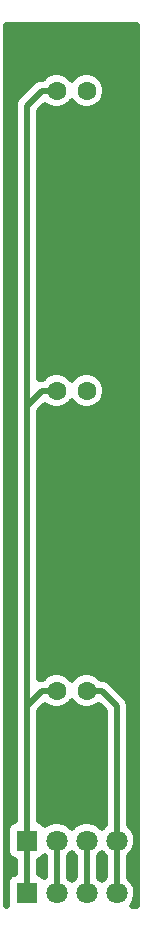
<source format=gtl>
G04 (created by PCBNEW (2013-07-07 BZR 4022)-stable) date 9/25/2013 7:58:19 PM*
%MOIN*%
G04 Gerber Fmt 3.4, Leading zero omitted, Abs format*
%FSLAX34Y34*%
G01*
G70*
G90*
G04 APERTURE LIST*
%ADD10C,0.006*%
%ADD11R,0.0708661X0.0708661*%
%ADD12C,0.0708661*%
%ADD13C,0.0629921*%
%ADD14C,0.02*%
G04 APERTURE END LIST*
G54D10*
G54D11*
X1000Y750D03*
G54D12*
X2000Y750D03*
X3000Y750D03*
X4000Y750D03*
G54D11*
X1000Y2500D03*
G54D12*
X2000Y2500D03*
X3000Y2500D03*
X4000Y2500D03*
G54D13*
X2000Y7500D03*
X3000Y7500D03*
X2000Y27500D03*
X3000Y27500D03*
X2000Y17500D03*
X3000Y17500D03*
G54D14*
X2000Y750D02*
X2000Y2500D01*
X3000Y750D02*
X3000Y2500D01*
X4000Y750D02*
X4000Y2500D01*
X4000Y2500D02*
X4000Y7000D01*
X3500Y7500D02*
X3000Y7500D01*
X4000Y7000D02*
X3500Y7500D01*
X1000Y750D02*
X1000Y2500D01*
X2000Y27500D02*
X1500Y27500D01*
X1000Y27000D02*
X1000Y26500D01*
X1500Y27500D02*
X1000Y27000D01*
X1000Y17000D02*
X1500Y17500D01*
X1500Y17500D02*
X2000Y17500D01*
X1000Y7000D02*
X1500Y7500D01*
X1500Y7500D02*
X2000Y7500D01*
X1000Y2500D02*
X1000Y7000D01*
X1000Y7000D02*
X1000Y17000D01*
X1000Y17000D02*
X1000Y26500D01*
G54D10*
G36*
X1600Y1276D02*
X1587Y1294D01*
X1546Y1336D01*
X1497Y1369D01*
X1443Y1392D01*
X1400Y1401D01*
X1400Y1848D01*
X1441Y1857D01*
X1495Y1879D01*
X1544Y1912D01*
X1586Y1953D01*
X1600Y1973D01*
X1600Y1276D01*
X1600Y1276D01*
G37*
G54D14*
X1600Y1276D02*
X1587Y1294D01*
X1546Y1336D01*
X1497Y1369D01*
X1443Y1392D01*
X1400Y1401D01*
X1400Y1848D01*
X1441Y1857D01*
X1495Y1879D01*
X1544Y1912D01*
X1586Y1953D01*
X1600Y1973D01*
X1600Y1276D01*
G54D10*
G36*
X2600Y1270D02*
X2588Y1262D01*
X2499Y1175D01*
X2419Y1256D01*
X2400Y1269D01*
X2400Y1978D01*
X2404Y1981D01*
X2497Y2070D01*
X2500Y2074D01*
X2573Y1999D01*
X2600Y1981D01*
X2600Y1270D01*
X2600Y1270D01*
G37*
G54D14*
X2600Y1270D02*
X2588Y1262D01*
X2499Y1175D01*
X2419Y1256D01*
X2400Y1269D01*
X2400Y1978D01*
X2404Y1981D01*
X2497Y2070D01*
X2500Y2074D01*
X2573Y1999D01*
X2600Y1981D01*
X2600Y1270D01*
G54D10*
G36*
X3600Y3020D02*
X3588Y3012D01*
X3499Y2925D01*
X3419Y3006D01*
X3312Y3078D01*
X3194Y3128D01*
X3068Y3153D01*
X2940Y3154D01*
X2814Y3130D01*
X2695Y3082D01*
X2588Y3012D01*
X2499Y2925D01*
X2419Y3006D01*
X2312Y3078D01*
X2194Y3128D01*
X2068Y3153D01*
X1940Y3154D01*
X1814Y3130D01*
X1695Y3082D01*
X1602Y3022D01*
X1587Y3044D01*
X1546Y3086D01*
X1497Y3119D01*
X1443Y3142D01*
X1400Y3151D01*
X1400Y6834D01*
X1597Y7031D01*
X1599Y7029D01*
X1698Y6960D01*
X1809Y6912D01*
X1926Y6886D01*
X2047Y6883D01*
X2166Y6904D01*
X2278Y6948D01*
X2380Y7013D01*
X2467Y7096D01*
X2499Y7141D01*
X2515Y7116D01*
X2599Y7029D01*
X2698Y6960D01*
X2809Y6912D01*
X2926Y6886D01*
X3047Y6883D01*
X3166Y6904D01*
X3278Y6948D01*
X3380Y7013D01*
X3401Y7032D01*
X3600Y6834D01*
X3600Y3020D01*
X3600Y3020D01*
G37*
G54D14*
X3600Y3020D02*
X3588Y3012D01*
X3499Y2925D01*
X3419Y3006D01*
X3312Y3078D01*
X3194Y3128D01*
X3068Y3153D01*
X2940Y3154D01*
X2814Y3130D01*
X2695Y3082D01*
X2588Y3012D01*
X2499Y2925D01*
X2419Y3006D01*
X2312Y3078D01*
X2194Y3128D01*
X2068Y3153D01*
X1940Y3154D01*
X1814Y3130D01*
X1695Y3082D01*
X1602Y3022D01*
X1587Y3044D01*
X1546Y3086D01*
X1497Y3119D01*
X1443Y3142D01*
X1400Y3151D01*
X1400Y6834D01*
X1597Y7031D01*
X1599Y7029D01*
X1698Y6960D01*
X1809Y6912D01*
X1926Y6886D01*
X2047Y6883D01*
X2166Y6904D01*
X2278Y6948D01*
X2380Y7013D01*
X2467Y7096D01*
X2499Y7141D01*
X2515Y7116D01*
X2599Y7029D01*
X2698Y6960D01*
X2809Y6912D01*
X2926Y6886D01*
X3047Y6883D01*
X3166Y6904D01*
X3278Y6948D01*
X3380Y7013D01*
X3401Y7032D01*
X3600Y6834D01*
X3600Y3020D01*
G54D10*
G36*
X3600Y1270D02*
X3588Y1262D01*
X3499Y1175D01*
X3419Y1256D01*
X3400Y1269D01*
X3400Y1978D01*
X3404Y1981D01*
X3497Y2070D01*
X3500Y2074D01*
X3573Y1999D01*
X3600Y1981D01*
X3600Y1270D01*
X3600Y1270D01*
G37*
G54D14*
X3600Y1270D02*
X3588Y1262D01*
X3499Y1175D01*
X3419Y1256D01*
X3400Y1269D01*
X3400Y1978D01*
X3404Y1981D01*
X3497Y2070D01*
X3500Y2074D01*
X3573Y1999D01*
X3600Y1981D01*
X3600Y1270D01*
G54D10*
G36*
X4675Y325D02*
X4500Y325D01*
X4571Y425D01*
X4623Y542D01*
X4652Y667D01*
X4654Y814D01*
X4629Y940D01*
X4580Y1058D01*
X4509Y1165D01*
X4419Y1256D01*
X4400Y1269D01*
X4400Y1978D01*
X4404Y1981D01*
X4497Y2070D01*
X4571Y2175D01*
X4623Y2292D01*
X4652Y2417D01*
X4654Y2564D01*
X4629Y2690D01*
X4580Y2808D01*
X4509Y2915D01*
X4419Y3006D01*
X4400Y3019D01*
X4400Y7000D01*
X4396Y7036D01*
X4393Y7073D01*
X4392Y7075D01*
X4392Y7077D01*
X4381Y7113D01*
X4371Y7148D01*
X4370Y7150D01*
X4369Y7152D01*
X4352Y7185D01*
X4335Y7217D01*
X4334Y7219D01*
X4333Y7221D01*
X4309Y7249D01*
X4286Y7278D01*
X4283Y7281D01*
X4283Y7281D01*
X4283Y7281D01*
X4282Y7282D01*
X3782Y7782D01*
X3754Y7806D01*
X3725Y7830D01*
X3724Y7831D01*
X3722Y7832D01*
X3689Y7849D01*
X3657Y7867D01*
X3655Y7868D01*
X3653Y7869D01*
X3618Y7880D01*
X3583Y7891D01*
X3581Y7891D01*
X3579Y7892D01*
X3542Y7895D01*
X3505Y7899D01*
X3501Y7899D01*
X3501Y7899D01*
X3501Y7899D01*
X3500Y7900D01*
X3469Y7900D01*
X3393Y7976D01*
X3293Y8043D01*
X3182Y8090D01*
X3064Y8114D01*
X2943Y8115D01*
X2825Y8092D01*
X2713Y8047D01*
X2612Y7981D01*
X2526Y7897D01*
X2500Y7858D01*
X2478Y7890D01*
X2393Y7976D01*
X2293Y8043D01*
X2182Y8090D01*
X2064Y8114D01*
X1943Y8115D01*
X1825Y8092D01*
X1713Y8047D01*
X1612Y7981D01*
X1529Y7900D01*
X1500Y7900D01*
X1463Y7896D01*
X1426Y7893D01*
X1424Y7892D01*
X1422Y7892D01*
X1400Y7885D01*
X1400Y16834D01*
X1597Y17031D01*
X1599Y17029D01*
X1698Y16960D01*
X1809Y16912D01*
X1926Y16886D01*
X2047Y16883D01*
X2166Y16904D01*
X2278Y16948D01*
X2380Y17013D01*
X2467Y17096D01*
X2499Y17141D01*
X2515Y17116D01*
X2599Y17029D01*
X2698Y16960D01*
X2809Y16912D01*
X2926Y16886D01*
X3047Y16883D01*
X3166Y16904D01*
X3278Y16948D01*
X3380Y17013D01*
X3467Y17096D01*
X3537Y17194D01*
X3586Y17304D01*
X3613Y17422D01*
X3614Y17560D01*
X3591Y17678D01*
X3545Y17790D01*
X3478Y17890D01*
X3393Y17976D01*
X3293Y18043D01*
X3182Y18090D01*
X3064Y18114D01*
X2943Y18115D01*
X2825Y18092D01*
X2713Y18047D01*
X2612Y17981D01*
X2526Y17897D01*
X2500Y17858D01*
X2478Y17890D01*
X2393Y17976D01*
X2293Y18043D01*
X2182Y18090D01*
X2064Y18114D01*
X1943Y18115D01*
X1825Y18092D01*
X1713Y18047D01*
X1612Y17981D01*
X1529Y17900D01*
X1500Y17900D01*
X1463Y17896D01*
X1426Y17893D01*
X1424Y17892D01*
X1422Y17892D01*
X1400Y17885D01*
X1400Y26500D01*
X1400Y26834D01*
X1597Y27031D01*
X1599Y27029D01*
X1698Y26960D01*
X1809Y26912D01*
X1926Y26886D01*
X2047Y26883D01*
X2166Y26904D01*
X2278Y26948D01*
X2380Y27013D01*
X2467Y27096D01*
X2499Y27141D01*
X2515Y27116D01*
X2599Y27029D01*
X2698Y26960D01*
X2809Y26912D01*
X2926Y26886D01*
X3047Y26883D01*
X3166Y26904D01*
X3278Y26948D01*
X3380Y27013D01*
X3467Y27096D01*
X3537Y27194D01*
X3586Y27304D01*
X3613Y27422D01*
X3614Y27560D01*
X3591Y27678D01*
X3545Y27790D01*
X3478Y27890D01*
X3393Y27976D01*
X3293Y28043D01*
X3182Y28090D01*
X3064Y28114D01*
X2943Y28115D01*
X2825Y28092D01*
X2713Y28047D01*
X2612Y27981D01*
X2526Y27897D01*
X2500Y27858D01*
X2478Y27890D01*
X2393Y27976D01*
X2293Y28043D01*
X2182Y28090D01*
X2064Y28114D01*
X1943Y28115D01*
X1825Y28092D01*
X1713Y28047D01*
X1612Y27981D01*
X1529Y27900D01*
X1500Y27900D01*
X1463Y27896D01*
X1426Y27893D01*
X1424Y27892D01*
X1422Y27892D01*
X1386Y27881D01*
X1351Y27871D01*
X1349Y27870D01*
X1347Y27869D01*
X1314Y27852D01*
X1282Y27835D01*
X1280Y27834D01*
X1278Y27833D01*
X1250Y27809D01*
X1221Y27786D01*
X1218Y27783D01*
X1218Y27783D01*
X1218Y27783D01*
X1217Y27782D01*
X717Y27282D01*
X693Y27254D01*
X669Y27225D01*
X668Y27224D01*
X667Y27222D01*
X650Y27189D01*
X632Y27157D01*
X631Y27155D01*
X630Y27153D01*
X619Y27118D01*
X608Y27083D01*
X608Y27081D01*
X607Y27079D01*
X604Y27042D01*
X600Y27005D01*
X600Y27001D01*
X600Y27001D01*
X600Y27001D01*
X600Y27000D01*
X600Y26500D01*
X600Y17000D01*
X600Y7000D01*
X600Y3151D01*
X558Y3142D01*
X504Y3120D01*
X455Y3087D01*
X413Y3046D01*
X380Y2997D01*
X357Y2943D01*
X345Y2885D01*
X345Y2827D01*
X345Y2116D01*
X357Y2058D01*
X379Y2004D01*
X412Y1955D01*
X453Y1913D01*
X502Y1880D01*
X556Y1857D01*
X600Y1848D01*
X600Y1401D01*
X558Y1392D01*
X504Y1370D01*
X455Y1337D01*
X413Y1296D01*
X380Y1247D01*
X357Y1193D01*
X345Y1135D01*
X345Y1077D01*
X345Y366D01*
X353Y325D01*
X325Y325D01*
X325Y29675D01*
X4675Y29675D01*
X4675Y325D01*
X4675Y325D01*
G37*
G54D14*
X4675Y325D02*
X4500Y325D01*
X4571Y425D01*
X4623Y542D01*
X4652Y667D01*
X4654Y814D01*
X4629Y940D01*
X4580Y1058D01*
X4509Y1165D01*
X4419Y1256D01*
X4400Y1269D01*
X4400Y1978D01*
X4404Y1981D01*
X4497Y2070D01*
X4571Y2175D01*
X4623Y2292D01*
X4652Y2417D01*
X4654Y2564D01*
X4629Y2690D01*
X4580Y2808D01*
X4509Y2915D01*
X4419Y3006D01*
X4400Y3019D01*
X4400Y7000D01*
X4396Y7036D01*
X4393Y7073D01*
X4392Y7075D01*
X4392Y7077D01*
X4381Y7113D01*
X4371Y7148D01*
X4370Y7150D01*
X4369Y7152D01*
X4352Y7185D01*
X4335Y7217D01*
X4334Y7219D01*
X4333Y7221D01*
X4309Y7249D01*
X4286Y7278D01*
X4283Y7281D01*
X4283Y7281D01*
X4283Y7281D01*
X4282Y7282D01*
X3782Y7782D01*
X3754Y7806D01*
X3725Y7830D01*
X3724Y7831D01*
X3722Y7832D01*
X3689Y7849D01*
X3657Y7867D01*
X3655Y7868D01*
X3653Y7869D01*
X3618Y7880D01*
X3583Y7891D01*
X3581Y7891D01*
X3579Y7892D01*
X3542Y7895D01*
X3505Y7899D01*
X3501Y7899D01*
X3501Y7899D01*
X3501Y7899D01*
X3500Y7900D01*
X3469Y7900D01*
X3393Y7976D01*
X3293Y8043D01*
X3182Y8090D01*
X3064Y8114D01*
X2943Y8115D01*
X2825Y8092D01*
X2713Y8047D01*
X2612Y7981D01*
X2526Y7897D01*
X2500Y7858D01*
X2478Y7890D01*
X2393Y7976D01*
X2293Y8043D01*
X2182Y8090D01*
X2064Y8114D01*
X1943Y8115D01*
X1825Y8092D01*
X1713Y8047D01*
X1612Y7981D01*
X1529Y7900D01*
X1500Y7900D01*
X1463Y7896D01*
X1426Y7893D01*
X1424Y7892D01*
X1422Y7892D01*
X1400Y7885D01*
X1400Y16834D01*
X1597Y17031D01*
X1599Y17029D01*
X1698Y16960D01*
X1809Y16912D01*
X1926Y16886D01*
X2047Y16883D01*
X2166Y16904D01*
X2278Y16948D01*
X2380Y17013D01*
X2467Y17096D01*
X2499Y17141D01*
X2515Y17116D01*
X2599Y17029D01*
X2698Y16960D01*
X2809Y16912D01*
X2926Y16886D01*
X3047Y16883D01*
X3166Y16904D01*
X3278Y16948D01*
X3380Y17013D01*
X3467Y17096D01*
X3537Y17194D01*
X3586Y17304D01*
X3613Y17422D01*
X3614Y17560D01*
X3591Y17678D01*
X3545Y17790D01*
X3478Y17890D01*
X3393Y17976D01*
X3293Y18043D01*
X3182Y18090D01*
X3064Y18114D01*
X2943Y18115D01*
X2825Y18092D01*
X2713Y18047D01*
X2612Y17981D01*
X2526Y17897D01*
X2500Y17858D01*
X2478Y17890D01*
X2393Y17976D01*
X2293Y18043D01*
X2182Y18090D01*
X2064Y18114D01*
X1943Y18115D01*
X1825Y18092D01*
X1713Y18047D01*
X1612Y17981D01*
X1529Y17900D01*
X1500Y17900D01*
X1463Y17896D01*
X1426Y17893D01*
X1424Y17892D01*
X1422Y17892D01*
X1400Y17885D01*
X1400Y26500D01*
X1400Y26834D01*
X1597Y27031D01*
X1599Y27029D01*
X1698Y26960D01*
X1809Y26912D01*
X1926Y26886D01*
X2047Y26883D01*
X2166Y26904D01*
X2278Y26948D01*
X2380Y27013D01*
X2467Y27096D01*
X2499Y27141D01*
X2515Y27116D01*
X2599Y27029D01*
X2698Y26960D01*
X2809Y26912D01*
X2926Y26886D01*
X3047Y26883D01*
X3166Y26904D01*
X3278Y26948D01*
X3380Y27013D01*
X3467Y27096D01*
X3537Y27194D01*
X3586Y27304D01*
X3613Y27422D01*
X3614Y27560D01*
X3591Y27678D01*
X3545Y27790D01*
X3478Y27890D01*
X3393Y27976D01*
X3293Y28043D01*
X3182Y28090D01*
X3064Y28114D01*
X2943Y28115D01*
X2825Y28092D01*
X2713Y28047D01*
X2612Y27981D01*
X2526Y27897D01*
X2500Y27858D01*
X2478Y27890D01*
X2393Y27976D01*
X2293Y28043D01*
X2182Y28090D01*
X2064Y28114D01*
X1943Y28115D01*
X1825Y28092D01*
X1713Y28047D01*
X1612Y27981D01*
X1529Y27900D01*
X1500Y27900D01*
X1463Y27896D01*
X1426Y27893D01*
X1424Y27892D01*
X1422Y27892D01*
X1386Y27881D01*
X1351Y27871D01*
X1349Y27870D01*
X1347Y27869D01*
X1314Y27852D01*
X1282Y27835D01*
X1280Y27834D01*
X1278Y27833D01*
X1250Y27809D01*
X1221Y27786D01*
X1218Y27783D01*
X1218Y27783D01*
X1218Y27783D01*
X1217Y27782D01*
X717Y27282D01*
X693Y27254D01*
X669Y27225D01*
X668Y27224D01*
X667Y27222D01*
X650Y27189D01*
X632Y27157D01*
X631Y27155D01*
X630Y27153D01*
X619Y27118D01*
X608Y27083D01*
X608Y27081D01*
X607Y27079D01*
X604Y27042D01*
X600Y27005D01*
X600Y27001D01*
X600Y27001D01*
X600Y27001D01*
X600Y27000D01*
X600Y26500D01*
X600Y17000D01*
X600Y7000D01*
X600Y3151D01*
X558Y3142D01*
X504Y3120D01*
X455Y3087D01*
X413Y3046D01*
X380Y2997D01*
X357Y2943D01*
X345Y2885D01*
X345Y2827D01*
X345Y2116D01*
X357Y2058D01*
X379Y2004D01*
X412Y1955D01*
X453Y1913D01*
X502Y1880D01*
X556Y1857D01*
X600Y1848D01*
X600Y1401D01*
X558Y1392D01*
X504Y1370D01*
X455Y1337D01*
X413Y1296D01*
X380Y1247D01*
X357Y1193D01*
X345Y1135D01*
X345Y1077D01*
X345Y366D01*
X353Y325D01*
X325Y325D01*
X325Y29675D01*
X4675Y29675D01*
X4675Y325D01*
M02*

</source>
